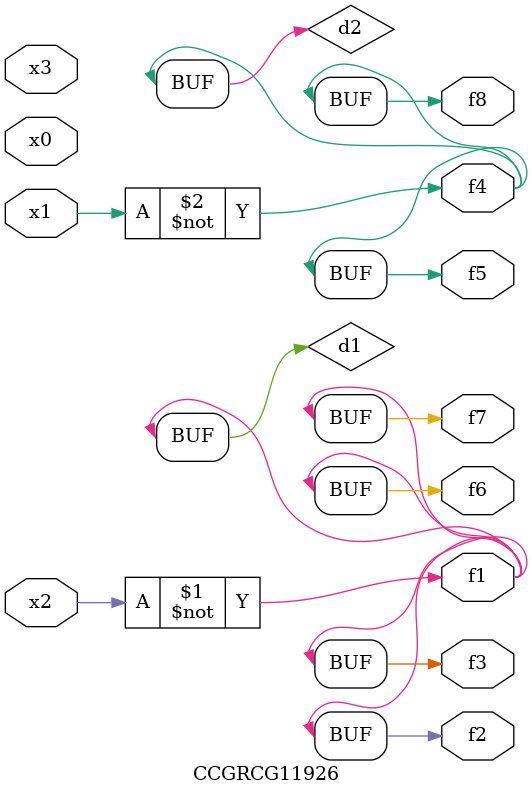
<source format=v>
module CCGRCG11926(
	input x0, x1, x2, x3,
	output f1, f2, f3, f4, f5, f6, f7, f8
);

	wire d1, d2;

	xnor (d1, x2);
	not (d2, x1);
	assign f1 = d1;
	assign f2 = d1;
	assign f3 = d1;
	assign f4 = d2;
	assign f5 = d2;
	assign f6 = d1;
	assign f7 = d1;
	assign f8 = d2;
endmodule

</source>
